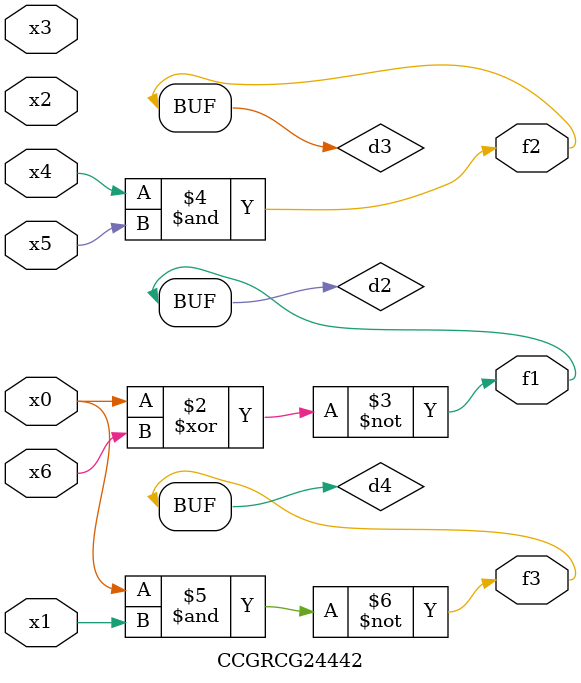
<source format=v>
module CCGRCG24442(
	input x0, x1, x2, x3, x4, x5, x6,
	output f1, f2, f3
);

	wire d1, d2, d3, d4;

	nor (d1, x0);
	xnor (d2, x0, x6);
	and (d3, x4, x5);
	nand (d4, x0, x1);
	assign f1 = d2;
	assign f2 = d3;
	assign f3 = d4;
endmodule

</source>
